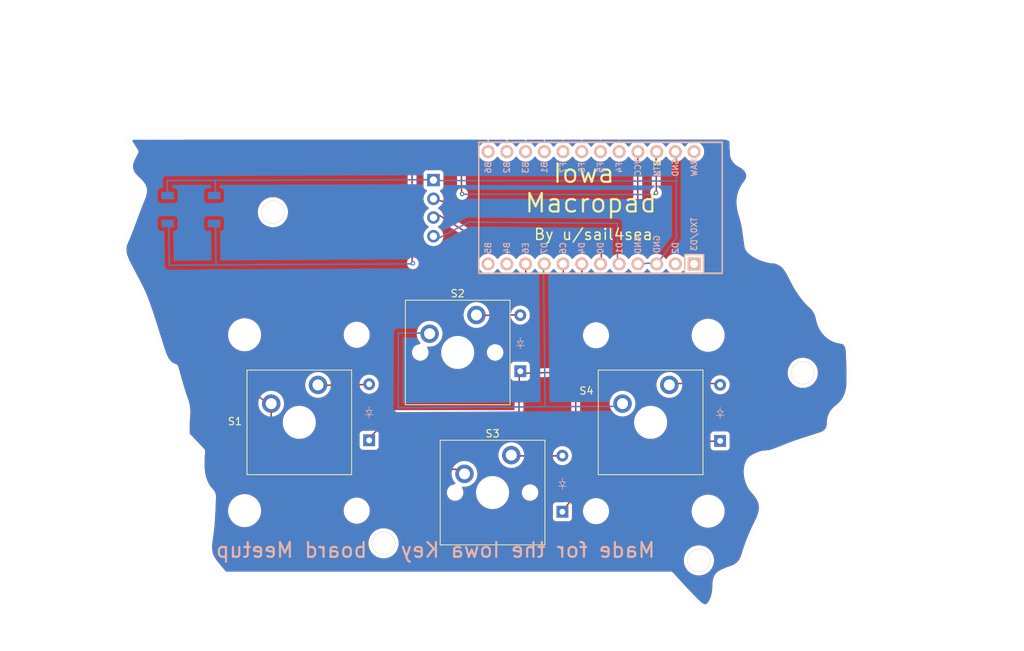
<source format=kicad_pcb>
(kicad_pcb (version 20241229) (generator "pcbnew") (generator_version "9.0")
  (layers (0 "F.Cu" signal) (2 "B.Cu" signal) (13 "F.Paste" user) (15 "B.Paste" user) (5 "F.SilkS" user "F.Silkscreen") (7 "B.SilkS" user "B.Silkscreen") (1 "F.Mask" user) (3 "B.Mask" user) (25 "Edge.Cuts" user))
  (net 0 "")
  (net 1 "Net-(D1-A)")
  (net 2 "Row 1")
  (net 4 "Net-(D3-A)")
  (net 5 "Net-(D5-A)")
  (net 6 "Row 2")
  (net 7 "Net-(D7-A)")
  (net 8 "VCC")
  (net 9 "SCL")
  (net 10 "SDA")
  (net 11 "Gnd")
  (net 12 "Col 1")
  (net 13 "Col 2")
  (net 20 "RST")
  (footprint "PCM_Mounting_Keyboard_Stabilizer:Stabilizer_Cherry_MX_2.00u" (layer "F.Cu") (at 86.995 104.358 -90)
    (property "Reference" "REF**" (hide yes))
    (property "Value" "Stabilizer_Cherry_MX_2.00u" (hide yes))
    (pad "" np_thru_hole circle (at -11.938 -6.985 270) (size 3.048 3.048) (drill 3.048) (layers "*.Cu" "*.Mask"))
    (pad "" np_thru_hole circle (at -11.938 8.225 270) (size 3.9878 3.9878) (drill 3.9878) (layers "*.Cu" "*.Mask"))
    (pad "" np_thru_hole circle (at 11.938 -6.985 270) (size 3.048 3.048) (drill 3.048) (layers "*.Cu" "*.Mask"))
    (pad "" np_thru_hole circle (at 11.938 8.225 270) (size 3.9878 3.9878) (drill 3.9878) (layers "*.Cu" "*.Mask"))
  )
  (footprint "ScottoKeebs_Components:OLED_128x32" (layer "F.Cu") (at 105.99 81.22 180)
    (property "Reference" "J1" (hide yes))
    (property "Value" "OLED_128x32")
    (pad "1" thru_hole rect (at 1.6 9.8) (size 1.7 1.7) (drill 1) (layers "*.Cu" "*.Mask") (net 11 "Gnd"))
    (pad "2" thru_hole oval (at 1.6 7.26) (size 1.7 1.7) (drill 1) (layers "*.Cu" "*.Mask") (net 8 "VCC"))
    (pad "3" thru_hole oval (at 1.6 4.72) (size 1.7 1.7) (drill 1) (layers "*.Cu" "*.Mask") (net 9 "SCL"))
    (pad "4" thru_hole oval (at 1.6 2.18) (size 1.7 1.7) (drill 1) (layers "*.Cu" "*.Mask") (net 10 "SDA"))
  )
  (footprint "ScottoKeebs_MX:MX_Plate_ISOEnter_180deg" (layer "F.Cu") (at 86.19 104.31)
    (property "Reference" "S1" (at -8.73 -0.13 0) (layer "F.SilkS"))
    (property "Value" "Keyswitch" (hide yes))
    (fp_line (start -7.1 -7.1) (end -7.1 7.1) (stroke (width 0.12)) (layer "F.SilkS"))
    (fp_line (start -7.1 7.1) (end 7.1 7.1) (stroke (width 0.12)) (layer "F.SilkS"))
    (fp_line (start 7.1 -7.1) (end -7.1 -7.1) (stroke (width 0.12)) (layer "F.SilkS"))
    (fp_line (start 7.1 7.1) (end 7.1 -7.1) (stroke (width 0.12)) (layer "F.SilkS"))
    (pad "" np_thru_hole circle (at 0 0) (size 4 4) (drill 4) (layers "*.Cu" "*.Mask"))
    (pad "1" thru_hole circle (at -3.81 -2.54) (size 2.5 2.5) (drill 1.5) (layers "*.Cu" "*.Mask") (net 12 "Col 1"))
    (pad "2" thru_hole circle (at 2.54 -5.08) (size 2.5 2.5) (drill 1.5) (layers "*.Cu" "*.Mask") (net 1 "Net-(D1-A)"))
  )
  (footprint "ScottoKeebs_MX:MX_Plate_ISOEnter" (layer "F.Cu") (at 133.85 104.31)
    (property "Reference" "S4" (at -8.7 -4.28 0) (layer "F.SilkS"))
    (property "Value" "Keyswitch" (hide yes))
    (fp_line (start -7.1 -7.1) (end -7.1 7.1) (stroke (width 0.12)) (layer "F.SilkS"))
    (fp_line (start -7.1 7.1) (end 7.1 7.1) (stroke (width 0.12)) (layer "F.SilkS"))
    (fp_line (start 7.1 -7.1) (end -7.1 -7.1) (stroke (width 0.12)) (layer "F.SilkS"))
    (fp_line (start 7.1 7.1) (end 7.1 -7.1) (stroke (width 0.12)) (layer "F.SilkS"))
    (pad "" np_thru_hole circle (at 0 0) (size 4 4) (drill 4) (layers "*.Cu" "*.Mask"))
    (pad "1" thru_hole circle (at -3.81 -2.54) (size 2.5 2.5) (drill 1.5) (layers "*.Cu" "*.Mask") (net 13 "Col 2"))
    (pad "2" thru_hole circle (at 2.54 -5.08) (size 2.5 2.5) (drill 1.5) (layers "*.Cu" "*.Mask") (net 7 "Net-(D7-A)"))
  )
  (footprint "ScottoKeebs_MX:MX_PCB_1.00u" (layer "F.Cu") (at 112.41 113.84)
    (property "Reference" "S3" (at 0 -8 0) (layer "F.SilkS"))
    (property "Value" "Keyswitch" (hide yes))
    (fp_line (start -7.1 -7.1) (end -7.1 7.1) (stroke (width 0.12)) (layer "F.SilkS"))
    (fp_line (start -7.1 7.1) (end 7.1 7.1) (stroke (width 0.12)) (layer "F.SilkS"))
    (fp_line (start 7.1 -7.1) (end -7.1 -7.1) (stroke (width 0.12)) (layer "F.SilkS"))
    (fp_line (start 7.1 7.1) (end 7.1 -7.1) (stroke (width 0.12)) (layer "F.SilkS"))
    (pad "" np_thru_hole circle (at -5.08 0) (size 1.75 1.75) (drill 1.75) (layers "*.Cu" "*.Mask"))
    (pad "" np_thru_hole circle (at 0 0) (size 4 4) (drill 4) (layers "*.Cu" "*.Mask"))
    (pad "" np_thru_hole circle (at 5.08 0) (size 1.75 1.75) (drill 1.75) (layers "*.Cu" "*.Mask"))
    (pad "1" thru_hole circle (at -3.81 -2.54) (size 2.5 2.5) (drill 1.5) (layers "*.Cu" "*.Mask") (net 12 "Col 1"))
    (pad "2" thru_hole circle (at 2.54 -5.08) (size 2.5 2.5) (drill 1.5) (layers "*.Cu" "*.Mask") (net 5 "Net-(D5-A)"))
  )
  (footprint "ScottoKeebs_MX:MX_PCB_1.00u" (layer "F.Cu") (at 107.68 94.82)
    (property "Reference" "S2" (at 0 -8 0) (layer "F.SilkS"))
    (property "Value" "Keyswitch" (hide yes))
    (fp_line (start -7.1 -7.1) (end -7.1 7.1) (stroke (width 0.12)) (layer "F.SilkS"))
    (fp_line (start -7.1 7.1) (end 7.1 7.1) (stroke (width 0.12)) (layer "F.SilkS"))
    (fp_line (start 7.1 -7.1) (end -7.1 -7.1) (stroke (width 0.12)) (layer "F.SilkS"))
    (fp_line (start 7.1 7.1) (end 7.1 -7.1) (stroke (width 0.12)) (layer "F.SilkS"))
    (pad "" np_thru_hole circle (at -5.08 0) (size 1.75 1.75) (drill 1.75) (layers "*.Cu" "*.Mask"))
    (pad "" np_thru_hole circle (at 0 0) (size 4 4) (drill 4) (layers "*.Cu" "*.Mask"))
    (pad "" np_thru_hole circle (at 5.08 0) (size 1.75 1.75) (drill 1.75) (layers "*.Cu" "*.Mask"))
    (pad "1" thru_hole circle (at -3.81 -2.54) (size 2.5 2.5) (drill 1.5) (layers "*.Cu" "*.Mask") (net 13 "Col 2"))
    (pad "2" thru_hole circle (at 2.54 -5.08) (size 2.5 2.5) (drill 1.5) (layers "*.Cu" "*.Mask") (net 4 "Net-(D3-A)"))
  )
  (footprint "PCM_Mounting_Keyboard_Stabilizer:Stabilizer_Cherry_MX_2.00u" (layer "F.Cu") (at 133.43 104.43 90)
    (property "Reference" "REF**" (hide yes))
    (property "Value" "Stabilizer_Cherry_MX_2.00u" (hide yes))
    (pad "" np_thru_hole circle (at -11.938 -6.985 90) (size 3.048 3.048) (drill 3.048) (layers "*.Cu" "*.Mask"))
    (pad "" np_thru_hole circle (at -11.938 8.225 90) (size 3.9878 3.9878) (drill 3.9878) (layers "*.Cu" "*.Mask"))
    (pad "" np_thru_hole circle (at 11.938 -6.985 90) (size 3.048 3.048) (drill 3.048) (layers "*.Cu" "*.Mask"))
    (pad "" np_thru_hole circle (at 11.938 8.225 90) (size 3.9878 3.9878) (drill 3.9878) (layers "*.Cu" "*.Mask"))
  )
  (footprint "ScottoKeebs_Components:Diode_DO-35" (layer "B.Cu") (at 121.88 116.45 90)
    (property "Reference" "D5" (hide yes))
    (property "Value" "Diode" (hide yes))
    (fp_line (start 4.06 -0.4) (end 3.46 0) (stroke (width 0.1)) (layer "B.SilkS"))
    (fp_line (start 4.06 0) (end 4.56 0) (stroke (width 0.1)) (layer "B.SilkS"))
    (fp_line (start 3.46 0) (end 4.06 0.4) (stroke (width 0.1)) (layer "B.SilkS"))
    (fp_line (start 3.06 0) (end 3.46 0) (stroke (width 0.1)) (layer "B.SilkS"))
    (fp_line (start 4.06 0.4) (end 4.06 -0.4) (stroke (width 0.1)) (layer "B.SilkS"))
    (fp_line (start 3.46 0.55) (end 3.46 -0.55) (stroke (width 0.1)) (layer "B.SilkS"))
    (pad "1" thru_hole rect (at 0 0 90) (size 1.6 1.6) (drill 0.8) (layers "*.Cu" "*.Mask") (net 6 "Row 2"))
    (pad "2" thru_hole oval (at 7.62 0 90) (size 1.6 1.6) (drill 0.8) (layers "*.Cu" "*.Mask") (net 5 "Net-(D5-A)"))
  )
  (footprint "ScottoKeebs_Components:Diode_DO-35" (layer "B.Cu") (at 116.17 97.37 90)
    (property "Reference" "D3" (hide yes))
    (property "Value" "Diode" (hide yes))
    (fp_line (start 4.06 -0.4) (end 3.46 0) (stroke (width 0.1)) (layer "B.SilkS"))
    (fp_line (start 4.06 0) (end 4.56 0) (stroke (width 0.1)) (layer "B.SilkS"))
    (fp_line (start 3.46 0) (end 4.06 0.4) (stroke (width 0.1)) (layer "B.SilkS"))
    (fp_line (start 3.06 0) (end 3.46 0) (stroke (width 0.1)) (layer "B.SilkS"))
    (fp_line (start 4.06 0.4) (end 4.06 -0.4) (stroke (width 0.1)) (layer "B.SilkS"))
    (fp_line (start 3.46 0.55) (end 3.46 -0.55) (stroke (width 0.1)) (layer "B.SilkS"))
    (pad "1" thru_hole rect (at 0 0 90) (size 1.6 1.6) (drill 0.8) (layers "*.Cu" "*.Mask") (net 2 "Row 1"))
    (pad "2" thru_hole oval (at 7.62 0 90) (size 1.6 1.6) (drill 0.8) (layers "*.Cu" "*.Mask") (net 4 "Net-(D3-A)"))
  )
  (footprint "ScottoKeebs_Components:Button_TL3342" (layer "B.Cu") (at 71.48 75.42 180)
    (property "Reference" "SW1" (hide yes))
    (property "Value" "Switch")
    (pad "1" smd rect (at -3.15 1.9 180) (size 1.7 1) (layers "B.Cu" "B.Mask" "B.Paste") (net 11 "Gnd"))
    (pad "1" smd rect (at 3.15 1.9 180) (size 1.7 1) (layers "B.Cu" "B.Mask" "B.Paste") (net 11 "Gnd"))
    (pad "2" smd rect (at -3.15 -1.9 180) (size 1.7 1) (layers "B.Cu" "B.Mask" "B.Paste") (net 20 "RST"))
    (pad "2" smd rect (at 3.15 -1.9 180) (size 1.7 1) (layers "B.Cu" "B.Mask" "B.Paste") (net 20 "RST"))
  )
  (footprint "ScottoKeebs_Components:Diode_DO-35" (layer "B.Cu") (at 143.28 106.83 90)
    (property "Reference" "D7" (hide yes))
    (property "Value" "Diode" (hide yes))
    (fp_line (start 4.06 -0.4) (end 3.46 0) (stroke (width 0.1)) (layer "B.SilkS"))
    (fp_line (start 4.06 0) (end 4.56 0) (stroke (width 0.1)) (layer "B.SilkS"))
    (fp_line (start 3.46 0) (end 4.06 0.4) (stroke (width 0.1)) (layer "B.SilkS"))
    (fp_line (start 3.06 0) (end 3.46 0) (stroke (width 0.1)) (layer "B.SilkS"))
    (fp_line (start 4.06 0.4) (end 4.06 -0.4) (stroke (width 0.1)) (layer "B.SilkS"))
    (fp_line (start 3.46 0.55) (end 3.46 -0.55) (stroke (width 0.1)) (layer "B.SilkS"))
    (pad "1" thru_hole rect (at 0 0 90) (size 1.6 1.6) (drill 0.8) (layers "*.Cu" "*.Mask") (net 6 "Row 2"))
    (pad "2" thru_hole oval (at 7.62 0 90) (size 1.6 1.6) (drill 0.8) (layers "*.Cu" "*.Mask") (net 7 "Net-(D7-A)"))
  )
  (footprint "ScottoKeebs_Components:Diode_DO-35" (layer "B.Cu") (at 95.67 106.75 90)
    (property "Reference" "D1" (hide yes))
    (property "Value" "Diode" (hide yes))
    (fp_line (start 4.06 -0.4) (end 3.46 0) (stroke (width 0.1)) (layer "B.SilkS"))
    (fp_line (start 4.06 0) (end 4.56 0) (stroke (width 0.1)) (layer "B.SilkS"))
    (fp_line (start 3.46 0) (end 4.06 0.4) (stroke (width 0.1)) (layer "B.SilkS"))
    (fp_line (start 3.06 0) (end 3.46 0) (stroke (width 0.1)) (layer "B.SilkS"))
    (fp_line (start 4.06 0.4) (end 4.06 -0.4) (stroke (width 0.1)) (layer "B.SilkS"))
    (fp_line (start 3.46 0.55) (end 3.46 -0.55) (stroke (width 0.1)) (layer "B.SilkS"))
    (pad "1" thru_hole rect (at 0 0 90) (size 1.6 1.6) (drill 0.8) (layers "*.Cu" "*.Mask") (net 2 "Row 1"))
    (pad "2" thru_hole oval (at 7.62 0 90) (size 1.6 1.6) (drill 0.8) (layers "*.Cu" "*.Mask") (net 1 "Net-(D1-A)"))
  )
  (footprint "ScottoKeebs_MCU:Arduino_Pro_Micro" (layer "B.Cu") (at 125.78 75.18 90)
    (property "Reference" "U1" (hide yes))
    (property "Value" "Arduino_Pro_Micro" (hide yes))
    (fp_line (start 8.89 -15.24) (end 8.89 17.78) (stroke (width 0.2)) (layer "F.SilkS"))
    (fp_line (start -8.89 -15.24) (end 8.89 -15.24) (stroke (width 0.2)) (layer "F.SilkS"))
    (fp_line (start -6.35 12.7) (end -8.89 12.7) (stroke (width 0.2)) (layer "F.SilkS"))
    (fp_line (start -6.35 15.24) (end -6.35 12.7) (stroke (width 0.2)) (layer "F.SilkS"))
    (fp_line (start -6.35 15.24) (end -8.89 15.24) (stroke (width 0.2)) (layer "F.SilkS"))
    (fp_line (start 8.89 17.78) (end -8.89 17.78) (stroke (width 0.2)) (layer "F.SilkS"))
    (fp_line (start -8.89 17.78) (end -8.89 -15.24) (stroke (width 0.2)) (layer "F.SilkS"))
    (fp_poly (pts (xy 5.844635 8.75097) (xy 5.844635 8.55097) (xy 5.944635 8.55097) (xy 5.944635 8.75097)) (stroke (width 0.15)) (fill yes) (layer "F.SilkS"))
    (fp_poly (pts (xy 6.044635 8.95097) (xy 6.044635 8.85097) (xy 6.144635 8.85097) (xy 6.144635 8.95097)) (stroke (width 0.15)) (fill yes) (layer "F.SilkS"))
    (fp_poly (pts (xy 6.244635 9.35097) (xy 6.244635 8.55097) (xy 6.344635 8.55097) (xy 6.344635 9.35097)) (stroke (width 0.15)) (fill yes) (layer "F.SilkS"))
    (fp_poly (pts (xy 5.844635 9.35097) (xy 5.844635 9.05097) (xy 5.944635 9.05097) (xy 5.944635 9.35097)) (stroke (width 0.15)) (fill yes) (layer "F.SilkS"))
    (fp_poly (pts (xy 5.844635 9.35097) (xy 5.844635 9.25097) (xy 6.344635 9.25097) (xy 6.344635 9.35097)) (stroke (width 0.15)) (fill yes) (layer "F.SilkS"))
    (fp_line (start 8.89 -15.24) (end 8.89 17.78) (stroke (width 0.2)) (layer "B.SilkS"))
    (fp_line (start -8.89 -15.24) (end 8.89 -15.24) (stroke (width 0.2)) (layer "B.SilkS"))
    (fp_line (start -6.35 12.7) (end -8.89 12.7) (stroke (width 0.2)) (layer "B.SilkS"))
    (fp_line (start -6.35 15.24) (end -6.35 12.7) (stroke (width 0.2)) (layer "B.SilkS"))
    (fp_line (start -6.35 15.24) (end -8.89 15.24) (stroke (width 0.2)) (layer "B.SilkS"))
    (fp_line (start 8.89 17.78) (end -8.89 17.78) (stroke (width 0.2)) (layer "B.SilkS"))
    (fp_line (start -8.89 17.78) (end -8.89 -15.24) (stroke (width 0.2)) (layer "B.SilkS"))
    (fp_poly (pts (xy 4.931568 8.76064) (xy 4.931568 8.56064) (xy 4.831568 8.56064) (xy 4.831568 8.76064)) (stroke (width 0.15)) (fill yes) (layer "B.SilkS"))
    (fp_poly (pts (xy 4.731568 8.96064) (xy 4.731568 8.86064) (xy 4.631568 8.86064) (xy 4.631568 8.96064)) (stroke (width 0.15)) (fill yes) (layer "B.SilkS"))
    (fp_poly (pts (xy 4.931568 9.36064) (xy 4.931568 9.06064) (xy 4.831568 9.06064) (xy 4.831568 9.36064)) (stroke (width 0.15)) (fill yes) (layer "B.SilkS"))
    (fp_poly (pts (xy 4.931568 9.36064) (xy 4.931568 9.26064) (xy 4.431568 9.26064) (xy 4.431568 9.36064)) (stroke (width 0.15)) (fill yes) (layer "B.SilkS"))
    (fp_poly (pts (xy 4.531568 9.36064) (xy 4.531568 8.56064) (xy 4.431568 8.56064) (xy 4.431568 9.36064)) (stroke (width 0.15)) (fill yes) (layer "B.SilkS"))
    (fp_text user "GND" (at -5.02 6.35 90) (layer "B.SilkS") (effects (font (size 0.8 0.8)) (justify mirror)))
    (fp_text user "D0" (at -5.461 1.27 90) (layer "B.SilkS") (effects (font (size 0.8 0.8)) (justify mirror)))
    (fp_text user "D4" (at -5.461 -1.27 90) (layer "B.SilkS") (effects (font (size 0.8 0.8)) (justify mirror)))
    (fp_text user "B1" (at 5.461 -6.35 90) (layer "B.SilkS") (effects (font (size 0.8 0.8)) (justify mirror)))
    (fp_text user "F4" (at 5.461 3.81 90) (layer "B.SilkS") (effects (font (size 0.8 0.8)) (justify mirror)))
    (fp_text user "VCC" (at 5.461 6.35 90) (layer "B.SilkS") (effects (font (size 0.8 0.8)) (justify mirror)))
    (fp_text user "C6" (at -5.461 -3.81 90) (layer "B.SilkS") (effects (font (size 0.8 0.8)) (justify mirror)))
    (fp_text user "D2" (at -5.461 11.43 90) (layer "B.SilkS") (effects (font (size 0.8 0.8)) (justify mirror)))
    (fp_text user "F7" (at 5.461 -3.81 90) (layer "B.SilkS") (effects (font (size 0.8 0.8)) (justify mirror)))
    (fp_text user "B2" (at 5.461 -11.43 90) (layer "B.SilkS") (effects (font (size 0.8 0.8)) (justify mirror)))
    (fp_text user "B5" (at -5.461 -13.97 90) (layer "B.SilkS") (effects (font (size 0.8 0.8)) (justify mirror)))
    (fp_text user "RAW" (at 5.461 13.97 90) (layer "B.SilkS") (effects (font (size 0.8 0.8)) (justify mirror)))
    (fp_text user "B6" (at 5.461 -13.97 90) (layer "B.SilkS") (effects (font (size 0.8 0.8)) (justify mirror)))
    (fp_text user "TX0/D3" (at -3.571872 13.97 90) (layer "B.SilkS") (effects (font (size 0.8 0.8)) (justify mirror)))
    (fp_text user "B4" (at -5.461 -11.43 90) (layer "B.SilkS") (effects (font (size 0.8 0.8)) (justify mirror)))
    (fp_text user "F6" (at 5.461 -1.27 90) (layer "B.SilkS") (effects (font (size 0.8 0.8)) (justify mirror)))
    (fp_text user "D1" (at -5.461 3.81 90) (layer "B.SilkS") (effects (font (size 0.8 0.8)) (justify mirror)))
    (fp_text user "F5" (at 5.461 1.27 90) (layer "B.SilkS") (effects (font (size 0.8 0.8)) (justify mirror)))
    (fp_text user "E6" (at -5.461 -8.89 90) (layer "B.SilkS") (effects (font (size 0.8 0.8)) (justify mirror)))
    (fp_text user "D7" (at -5.461 -6.35 90) (layer "B.SilkS") (effects (font (size 0.8 0.8)) (justify mirror)))
    (fp_text user "B3" (at 5.461 -8.89 90) (layer "B.SilkS") (effects (font (size 0.8 0.8)) (justify mirror)))
    (fp_text user "ST" (at 5.73312 8.92 90) (layer "B.SilkS") (effects (font (size 0.8 0.8)) (justify mirror)))
    (fp_text user "GND" (at -4.94 8.92 90) (layer "B.SilkS") (effects (font (size 0.8 0.8)) (justify mirror)))
    (fp_text user "GND" (at 5.461 11.43 90) (layer "B.SilkS") (effects (font (size 0.8 0.8)) (justify mirror)))
    (pad "1" thru_hole rect (at -7.62 13.97 180) (size 1.7526 1.7526) (drill 1.0922) (layers "*.Cu" "*.SilkS" "*.Mask"))
    (pad "2" thru_hole circle (at -7.62 11.43 180) (size 1.7526 1.7526) (drill 1.0922) (layers "*.Cu" "*.SilkS" "*.Mask"))
    (pad "3" thru_hole circle (at -7.62 8.89 180) (size 1.7526 1.7526) (drill 1.0922) (layers "*.Cu" "*.SilkS" "*.Mask") (net 11 "Gnd"))
    (pad "4" thru_hole circle (at -7.62 6.35 180) (size 1.7526 1.7526) (drill 1.0922) (layers "*.Cu" "*.SilkS" "*.Mask") (net 11 "Gnd"))
    (pad "5" thru_hole circle (at -7.62 3.81 180) (size 1.7526 1.7526) (drill 1.0922) (layers "*.Cu" "*.SilkS" "*.Mask") (net 10 "SDA"))
    (pad "6" thru_hole circle (at -7.62 1.27 180) (size 1.7526 1.7526) (drill 1.0922) (layers "*.Cu" "*.SilkS" "*.Mask") (net 9 "SCL"))
    (pad "7" thru_hole circle (at -7.62 -1.27 180) (size 1.7526 1.7526) (drill 1.0922) (layers "*.Cu" "*.SilkS" "*.Mask") (net 6 "Row 2"))
    (pad "8" thru_hole circle (at -7.62 -3.81 180) (size 1.7526 1.7526) (drill 1.0922) (layers "*.Cu" "*.SilkS" "*.Mask") (net 2 "Row 1"))
    (pad "9" thru_hole circle (at -7.62 -6.35 180) (size 1.7526 1.7526) (drill 1.0922) (layers "*.Cu" "*.SilkS" "*.Mask") (net 13 "Col 2"))
    (pad "10" thru_hole circle (at -7.62 -8.89 180) (size 1.7526 1.7526) (drill 1.0922) (layers "*.Cu" "*.SilkS" "*.Mask") (net 12 "Col 1"))
    (pad "11" thru_hole circle (at -7.62 -11.43 180) (size 1.7526 1.7526) (drill 1.0922) (layers "*.Cu" "*.SilkS" "*.Mask"))
    (pad "12" thru_hole circle (at -7.62 -13.97 180) (size 1.7526 1.7526) (drill 1.0922) (layers "*.Cu" "*.SilkS" "*.Mask"))
    (pad "13" thru_hole circle (at 7.62 -13.97 180) (size 1.7526 1.7526) (drill 1.0922) (layers "*.Cu" "*.SilkS" "*.Mask"))
    (pad "14" thru_hole circle (at 7.62 -11.43 180) (size 1.7526 1.7526) (drill 1.0922) (layers "*.Cu" "*.SilkS" "*.Mask"))
    (pad "15" thru_hole circle (at 7.62 -8.89 180) (size 1.7526 1.7526) (drill 1.0922) (layers "*.Cu" "*.SilkS" "*.Mask"))
    (pad "16" thru_hole circle (at 7.62 -6.35 180) (size 1.7526 1.7526) (drill 1.0922) (layers "*.Cu" "*.SilkS" "*.Mask"))
    (pad "17" thru_hole circle (at 7.62 -3.81 180) (size 1.7526 1.7526) (drill 1.0922) (layers "*.Cu" "*.SilkS" "*.Mask"))
    (pad "18" thru_hole circle (at 7.62 -1.27 180) (size 1.7526 1.7526) (drill 1.0922) (layers "*.Cu" "*.SilkS" "*.Mask"))
    (pad "19" thru_hole circle (at 7.62 1.27 180) (size 1.7526 1.7526) (drill 1.0922) (layers "*.Cu" "*.SilkS" "*.Mask"))
    (pad "20" thru_hole circle (at 7.62 3.81 180) (size 1.7526 1.7526) (drill 1.0922) (layers "*.Cu" "*.SilkS" "*.Mask"))
    (pad "21" thru_hole circle (at 7.62 6.35 180) (size 1.7526 1.7526) (drill 1.0922) (layers "*.Cu" "*.SilkS" "*.Mask") (net 8 "VCC"))
    (pad "22" thru_hole circle (at 7.62 8.89 180) (size 1.7526 1.7526) (drill 1.0922) (layers "*.Cu" "*.SilkS" "*.Mask") (net 20 "RST"))
    (pad "23" thru_hole circle (at 7.62 11.43 180) (size 1.7526 1.7526) (drill 1.0922) (layers "*.Cu" "*.SilkS" "*.Mask") (net 11 "Gnd"))
    (pad "24" thru_hole circle (at 7.62 13.97 180) (size 1.7526 1.7526) (drill 1.0922) (layers "*.Cu" "*.SilkS" "*.Mask"))
  )
  (gr_line (start 115.03 108.86) (end 121.88 108.86) (stroke (width 0.2)) (layer "F.Cu") (net 5))
  (gr_line (start 72.78 86.13) (end 70.73 88.46) (stroke (width 0.2)) (layer "F.Cu") (net 12))
  (gr_line (start 109.89 79.15) (end 104.89 76.02) (stroke (width 0.2)) (layer "F.Cu") (net 9))
  (gr_line (start 127.2 82.28) (end 127.04 79.15) (stroke (width 0.2)) (layer "F.Cu") (net 9))
  (gr_line (start 123.69 104.4) (end 126.573194 110.517496) (stroke (width 0.2)) (layer "F.Cu") (net 6))
  (gr_line (start 110.64 89.78) (end 116.41 89.72) (stroke (width 0.2)) (layer "F.Cu") (net 4))
  (gr_line (start 129.03 109.8) (end 126.573194 110.517496) (stroke (width 0.2)) (layer "F.Cu") (net 6))
  (gr_line (start 108.14 66.9) (end 108.21 73.27) (stroke (width 0.2)) (layer "F.Cu") (net 20))
  (gr_line (start 134.58 67.93) (end 134.63 73.32) (stroke (width 0.2)) (layer "F.Cu") (net 20))
  (gr_line (start 126.573194 110.517496) (end 122.1 116.11) (stroke (width 0.2)) (layer "F.Cu") (net 6))
  (gr_line (start 124.53 83.46) (end 124.64 89.07) (stroke (width 0.2)) (layer "F.Cu") (net 6))
  (gr_line (start 116.03 97.66) (end 115.99 103.26) (stroke (width 0.2)) (layer "F.Cu") (net 2))
  (gr_line (start 70.73 88.46) (end 70.73 92.43) (stroke (width 0.2)) (layer "F.Cu") (net 12))
  (gr_line (start 107.71 110.7) (end 83.13 109.59) (stroke (width 0.2)) (layer "F.Cu") (net 12))
  (gr_line (start 132.11 75.08) (end 108.37 75.08) (stroke (width 0.2)) (layer "F.Cu") (net 8))
  (gr_line (start 108.37 75.08) (end 104.59 74.02) (stroke (width 0.2)) (layer "F.Cu") (net 8))
  (gr_line (start 83.13 109.59) (end 82.38 108.52) (stroke (width 0.2)) (layer "F.Cu") (net 12))
  (gr_line (start 82.38 108.52) (end 82.38 102.2) (stroke (width 0.2)) (layer "F.Cu") (net 12))
  (gr_line (start 124.64 89.07) (end 123.61 90.18) (stroke (width 0.2)) (layer "F.Cu") (net 6))
  (gr_line (start 88.71 99.29) (end 95.8 99.17) (stroke (width 0.2)) (layer "F.Cu") (net 1))
  (gr_line (start 143.28 106.86) (end 138.96 106.9) (stroke (width 0.2)) (layer "F.Cu") (net 6))
  (gr_line (start 98.96 103.26) (end 95.65 106.44) (stroke (width 0.2)) (layer "F.Cu") (net 2))
  (gr_line (start 123.61 90.18) (end 123.69 94.95) (stroke (width 0.2)) (layer "F.Cu") (net 6))
  (gr_line (start 116.89 85.82) (end 72.78 86.13) (stroke (width 0.2)) (layer "F.Cu") (net 12))
  (gr_line (start 116.92 83.04) (end 116.89 85.82) (stroke (width 0.2)) (layer "F.Cu") (net 12))
  (gr_line (start 101.49 82.65) (end 101.49 66.91) (stroke (width 0.2)) (layer "F.Cu") (net 20))
  (gr_line (start 122.13 97.49) (end 116.03 97.66) (stroke (width 0.2)) (layer "F.Cu") (net 2))
  (gr_line (start 122.01 83.17) (end 122.13 97.49) (stroke (width 0.2)) (layer "F.Cu") (net 2))
  (gr_line (start 123.69 94.95) (end 123.69 104.4) (stroke (width 0.2)) (layer "F.Cu") (net 6))
  (gr_line (start 115.99 103.26) (end 98.96 103.26) (stroke (width 0.2)) (layer "F.Cu") (net 2))
  (gr_line (start 138.96 106.9) (end 129.03 109.8) (stroke (width 0.2)) (layer "F.Cu") (net 6))
  (gr_line (start 136.94 99.04) (end 143.57 99.04) (stroke (width 0.2)) (layer "F.Cu") (net 7))
  (gr_line (start 132.11 67.96) (end 132.11 75.08) (stroke (width 0.2)) (layer "F.Cu") (net 8))
  (gr_line (start 101.49 66.91) (end 108.14 66.9) (stroke (width 0.2)) (layer "F.Cu") (net 20))
  (gr_line (start 82.38 102.2) (end 70.73 92.43) (stroke (width 0.2)) (layer "F.Cu") (net 12))
  (gr_line (start 127.04 79.15) (end 109.89 79.15) (stroke (width 0.2)) (layer "F.Cu") (net 9))
  (gr_line (start 132.96 82.75) (end 134.84 82.64) (stroke (width 0.2)) (layer "B.Cu") (net 11))
  (gr_line (start 99.6 102.32) (end 129.4 102.13) (stroke (width 0.2)) (layer "B.Cu") (net 13))
  (gr_line (start 137.34 79.27) (end 134.84 82.64) (stroke (width 0.2)) (layer "B.Cu") (net 11))
  (gr_line (start 99.6 102.32) (end 99.62 92.18) (stroke (width 0.2)) (layer "B.Cu") (net 13))
  (gr_line (start 119.32 82.96) (end 119.53 102.22) (stroke (width 0.2)) (layer "B.Cu") (net 13))
  (gr_line (start 104.91 71.48) (end 137.34 71.55) (stroke (width 0.2)) (layer "B.Cu") (net 11))
  (gr_line (start 99.62 92.18) (end 103.04 92.18) (stroke (width 0.2)) (layer "B.Cu") (net 13))
  (gr_line (start 109.19 77.11) (end 129.36 77.3) (stroke (width 0.2)) (layer "B.Cu") (net 10))
  (gr_line (start 68.26 71.48) (end 68.38 73.69) (stroke (width 0.2)) (layer "B.Cu") (net 11))
  (gr_line (start 137.34 71.55) (end 137.34 79.27) (stroke (width 0.2)) (layer "B.Cu") (net 11))
  (gr_line (start 137.34 71.55) (end 137.34 67.41) (stroke (width 0.2)) (layer "B.Cu") (net 11))
  (gr_line (start 74.78 71.49) (end 74.831333 73.41) (stroke (width 0.2)) (layer "B.Cu") (net 11))
  (gr_line (start 134.38 73.38) (end 108.1 73.34) (stroke (width 0.2)) (layer "B.Cu") (net 20))
  (gr_line (start 68.55 82.97) (end 68.48 77.49) (stroke (width 0.2)) (layer "B.Cu") (net 20))
  (gr_line (start 105.17 79.27) (end 109.19 77.11) (stroke (width 0.2)) (layer "B.Cu") (net 10))
  (gr_line (start 101.49 82.79) (end 68.55 82.97) (stroke (width 0.2)) (layer "B.Cu") (net 20))
  (gr_line (start 103.93 71.37) (end 68.26 71.48) (stroke (width 0.2)) (layer "B.Cu") (net 11))
  (gr_line (start 129.36 77.3) (end 129.36 83.14) (stroke (width 0.2)) (layer "B.Cu") (net 10))
  (gr_line (start 74.89 82.82) (end 74.82 77.21) (stroke (width 0.2)) (layer "B.Cu") (net 20))
  (gr_curve (pts (xy 137.007046 125.59214) (xy 136.861159 125.437489) (xy 136.730706 125.268306) (xy 136.563871 125.071331)) (stroke (width 0.012)) (layer "Edge.Cuts"))
  (gr_curve (pts (xy 64.161002 71.42442) (xy 63.465627 70.781367) (xy 62.965962 70.069303) (xy 63.191765 69.101666)) (stroke (width 0.012)) (layer "Edge.Cuts"))
  (gr_line (start 63.872925 67.559245) (end 62.65499 65.619899) (stroke (width 0.012)) (layer "Edge.Cuts"))
  (gr_curve (pts (xy 72.868033 109.158837) (xy 72.884361 108.837898) (xy 72.899452 108.51689) (xy 72.913564 108.227647)) (stroke (width 0.012)) (layer "Edge.Cuts"))
  (gr_line (start 136.563871 125.071331) (end 76.010845 125.071331) (stroke (width 0.012)) (layer "Edge.Cuts"))
  (gr_curve (pts (xy 76.010845 125.071331) (xy 75.428571 124.358632) (xy 74.866833 123.752604) (xy 74.399678 123.080861)) (stroke (width 0.012)) (layer "Edge.Cuts"))
  (gr_curve (pts (xy 159.747659 93.153322) (xy 160.395166 93.22177) (xy 160.796335 93.791533) (xy 160.829704 94.789729)) (stroke (width 0.012)) (layer "Edge.Cuts"))
  (gr_curve (pts (xy 142.300163 128.571296) (xy 141.790516 129.659062) (xy 141.085223 129.799458) (xy 140.227061 128.970538)) (stroke (width 0.012)) (layer "Edge.Cuts"))
  (gr_curve (pts (xy 157.032949 106.110569) (xy 155.842749 106.520837) (xy 154.629414 106.864637) (xy 153.442318 107.28316)) (stroke (width 0.012)) (layer "Edge.Cuts"))
  (gr_curve (pts (xy 160.829704 94.789729) (xy 160.878398 96.246252) (xy 160.967849 97.707683) (xy 160.896885 99.160042)) (stroke (width 0.012)) (layer "Edge.Cuts"))
  (gr_curve (pts (xy 160.896885 99.160042) (xy 160.835446 100.417567) (xy 160.342788 101.584719) (xy 159.310492 102.365905)) (stroke (width 0.012)) (layer "Edge.Cuts"))
  (gr_curve (pts (xy 62.65499 65.619899) (xy 63.19158 65.538985) (xy 63.507228 65.45056) (xy 63.823056 65.449907)) (stroke (width 0.012)) (layer "Edge.Cuts"))
  (gr_curve (pts (xy 145.092643 67.615086) (xy 145.072177 68.378882) (xy 145.455863 68.876715) (xy 146.101932 69.216229)) (stroke (width 0.012)) (layer "Edge.Cuts"))
  (gr_line (start 72.913564 108.227647) (end 70.847116 106.066566) (stroke (width 0.012)) (layer "Edge.Cuts"))
  (gr_circle (center 154.49 97.59) (end 156.04 97.59) (stroke (width 0.05)) (fill no) (layer "Edge.Cuts"))
  (gr_curve (pts (xy 143.529168 65.428033) (xy 144.613292 65.42706) (xy 145.154506 65.692587) (xy 145.053453 66.816474)) (stroke (width 0.012)) (layer "Edge.Cuts"))
  (gr_curve (pts (xy 70.862924 103.900746) (xy 70.941671 103.013897) (xy 70.965376 102.185893) (xy 70.637688 101.309983)) (stroke (width 0.012)) (layer "Edge.Cuts"))
  (gr_curve (pts (xy 67.182176 93.572111) (xy 66.523467 91.508089) (xy 65.917388 89.421981) (xy 65.137562 87.403704)) (stroke (width 0.012)) (layer "Edge.Cuts"))
  (gr_curve (pts (xy 158.247475 104.412788) (xy 158.245929 105.291484) (xy 157.819438 105.839465) (xy 157.032949 106.110569)) (stroke (width 0.012)) (layer "Edge.Cuts"))
  (gr_curve (pts (xy 146.101932 69.216229) (xy 147.240748 69.814684) (xy 147.694698 70.881219) (xy 146.938584 71.84021)) (stroke (width 0.012)) (layer "Edge.Cuts"))
  (gr_curve (pts (xy 144.180606 124.510994) (xy 142.864474 125.058124) (xy 142.742068 125.319776) (xy 142.713762 126.741098)) (stroke (width 0.012)) (layer "Edge.Cuts"))
  (gr_curve (pts (xy 155.733512 88.374055) (xy 156.343946 88.900769) (xy 156.633829 89.523666) (xy 156.761514 90.211526)) (stroke (width 0.012)) (layer "Edge.Cuts"))
  (gr_curve (pts (xy 148.425727 117.928186) (xy 147.706173 119.324728) (xy 147.110433 120.808467) (xy 146.663653 122.313975)) (stroke (width 0.012)) (layer "Edge.Cuts"))
  (gr_circle (center 82.61 75.78) (end 84.16 75.78) (stroke (width 0.05)) (fill no) (layer "Edge.Cuts"))
  (gr_curve (pts (xy 147.284399 109.675841) (xy 146.638448 110.786758) (xy 147.032033 112.599131) (xy 147.940505 113.565867)) (stroke (width 0.012)) (layer "Edge.Cuts"))
  (gr_curve (pts (xy 69.301848 96.877897) (xy 67.949644 96.468264) (xy 67.631994 94.981595) (xy 67.182176 93.572111)) (stroke (width 0.012)) (layer "Edge.Cuts"))
  (gr_curve (pts (xy 153.442318 107.28316) (xy 152.382168 107.656923) (xy 151.356165 108.129122) (xy 150.291179 108.486715)) (stroke (width 0.012)) (layer "Edge.Cuts"))
  (gr_curve (pts (xy 152.246977 83.179949) (xy 152.913572 84.060701) (xy 153.286621 85.157001) (xy 153.890024 86.093946)) (stroke (width 0.012)) (layer "Edge.Cuts"))
  (gr_curve (pts (xy 65.137562 87.403704) (xy 64.595086 85.999714) (xy 63.799245 84.693458) (xy 63.115313 83.344187)) (stroke (width 0.012)) (layer "Edge.Cuts"))
  (gr_curve (pts (xy 74.399678 123.080861) (xy 73.627804 121.970938) (xy 73.869147 120.769816) (xy 74.054165 119.517632)) (stroke (width 0.012)) (layer "Edge.Cuts"))
  (gr_curve (pts (xy 148.748033 108.738113) (xy 148.209921 108.947528) (xy 147.546123 109.22572) (xy 147.284399 109.675841)) (stroke (width 0.012)) (layer "Edge.Cuts"))
  (gr_curve (pts (xy 63.115313 83.344187) (xy 62.536053 82.201409) (xy 61.879719 81.131056) (xy 62.51 79.72)) (stroke (width 0.012)) (layer "Edge.Cuts"))
  (gr_curve (pts (xy 70.847116 106.066566) (xy 70.847116 105.575116) (xy 70.789104 104.732083) (xy 70.862924 103.900746)) (stroke (width 0.012)) (layer "Edge.Cuts"))
  (gr_curve (pts (xy 74.054165 119.517632) (xy 74.299356 117.858202) (xy 74.313563 116.163733) (xy 74.400177 114.482945)) (stroke (width 0.012)) (layer "Edge.Cuts"))
  (gr_curve (pts (xy 147.035155 80.104804) (xy 147.065235 80.281786) (xy 147.061334 80.483918) (xy 147.148914 80.628594)) (stroke (width 0.012)) (layer "Edge.Cuts"))
  (gr_curve (pts (xy 156.761514 90.211526) (xy 157.055237 91.793876) (xy 158.207143 92.990485) (xy 159.747659 93.153322)) (stroke (width 0.012)) (layer "Edge.Cuts"))
  (gr_curve (pts (xy 146.663653 122.313975) (xy 146.349492 123.372605) (xy 145.791229 123.988192) (xy 144.786697 124.290849)) (stroke (width 0.012)) (layer "Edge.Cuts"))
  (gr_curve (pts (xy 147.148914 80.628594) (xy 147.696747 81.533623) (xy 149.501094 82.208702) (xy 150.52752 82.242234)) (stroke (width 0.012)) (layer "Edge.Cuts"))
  (gr_curve (pts (xy 150.291179 108.486715) (xy 149.803268 108.650536) (xy 149.222804 108.553351) (xy 148.748033 108.738113)) (stroke (width 0.012)) (layer "Edge.Cuts"))
  (gr_curve (pts (xy 146.938584 71.84021) (xy 145.778425 73.311651) (xy 145.819358 74.74091) (xy 146.373091 76.406004)) (stroke (width 0.012)) (layer "Edge.Cuts"))
  (gr_curve (pts (xy 150.52752 82.242234) (xy 151.122945 82.26169) (xy 151.879306 82.694164) (xy 152.246977 83.179949)) (stroke (width 0.012)) (layer "Edge.Cuts"))
  (gr_curve (pts (xy 142.713762 126.741098) (xy 142.701499 127.356878) (xy 142.560587 128.015463) (xy 142.300163 128.571296)) (stroke (width 0.012)) (layer "Edge.Cuts"))
  (gr_curve (pts (xy 144.786697 124.290849) (xy 144.581154 124.352769) (xy 144.378929 124.428542) (xy 144.180606 124.510994)) (stroke (width 0.012)) (layer "Edge.Cuts"))
  (gr_curve (pts (xy 145.053453 66.816474) (xy 145.029815 67.079303) (xy 145.099764 67.349299) (xy 145.092643 67.615086)) (stroke (width 0.012)) (layer "Edge.Cuts"))
  (gr_circle (center 140.4 123.05) (end 141.95 123.05) (stroke (width 0.05)) (fill no) (layer "Edge.Cuts"))
  (gr_curve (pts (xy 64.663068 74.190566) (xy 65.225212 72.848455) (xy 65.231073 72.413973) (xy 64.161002 71.42442)) (stroke (width 0.012)) (layer "Edge.Cuts"))
  (gr_curve (pts (xy 63.823056 65.449907) (xy 68.313895 65.440604) (xy 72.804754 65.442953) (xy 77.295611 65.442936)) (stroke (width 0.012)) (layer "Edge.Cuts"))
  (gr_curve (pts (xy 74.18116 113.814494) (xy 72.905253 112.491416) (xy 72.781616 110.857633) (xy 72.868033 109.158837)) (stroke (width 0.012)) (layer "Edge.Cuts"))
  (gr_curve (pts (xy 159.310492 102.365905) (xy 158.592503 102.909235) (xy 158.248972 103.566225) (xy 158.247475 104.412788)) (stroke (width 0.012)) (layer "Edge.Cuts"))
  (gr_curve (pts (xy 70.637688 101.309983) (xy 70.127887 99.947298) (xy 69.786686 98.521595) (xy 69.301848 96.877897)) (stroke (width 0.012)) (layer "Edge.Cuts"))
  (gr_curve (pts (xy 153.890024 86.093946) (xy 154.418316 86.914256) (xy 155.003822 87.744456) (xy 155.733512 88.374055)) (stroke (width 0.012)) (layer "Edge.Cuts"))
  (gr_curve (pts (xy 140.227061 128.970538) (xy 139.109037 127.890593) (xy 138.074711 126.723973) (xy 137.007046 125.59214)) (stroke (width 0.012)) (layer "Edge.Cuts"))
  (gr_curve (pts (xy 77.295611 65.442936) (xy 99.373465 65.44285) (xy 121.451319 65.447844) (xy 143.529168 65.428033)) (stroke (width 0.012)) (layer "Edge.Cuts"))
  (gr_curve (pts (xy 63.191765 69.101666) (xy 63.316153 68.568636) (xy 63.635332 68.081025) (xy 63.872925 67.559245)) (stroke (width 0.012)) (layer "Edge.Cuts"))
  (gr_curve (pts (xy 147.940505 113.565867) (xy 149.271509 114.982217) (xy 149.32108 116.190428) (xy 148.425727 117.928186)) (stroke (width 0.012)) (layer "Edge.Cuts"))
  (gr_circle (center 97.62 120.73) (end 99.17 120.73) (stroke (width 0.05)) (fill no) (layer "Edge.Cuts"))
  (gr_curve (pts (xy 146.373091 76.406004) (xy 146.764252 77.58225) (xy 146.825022 78.868168) (xy 147.035155 80.104804)) (stroke (width 0.012)) (layer "Edge.Cuts"))
  (gr_curve (pts (xy 74.400177 114.482945) (xy 74.411612 114.261032) (xy 74.329677 113.968501) (xy 74.18116 113.814494)) (stroke (width 0.012)) (layer "Edge.Cuts"))
  (gr_curve (pts (xy 62.51 79.72) (xy 63.31568 77.916264) (xy 63.899082 76.014564) (xy 64.663068 74.190566)) (stroke (width 0.012)) (layer "Edge.Cuts"))
  (gr_text "  Iowa\nMacropad" (at 116.62 76 0) (layer "F.SilkS") (effects (font (size 2.5 2.5) (thickness 0.3)) (justify left bottom)))
  (gr_text "By u/sail4sea" (at 117.92 79.67 0) (layer "F.SilkS") (effects (font (size 1.5 1.5) (thickness 0.2)) (justify left bottom)))
  (gr_text "Made for the Iowa Key   board Meetup" (at 134.63 122.82 0) (layer "B.SilkS") (effects (font (size 2 2) (thickness 0.3)) (justify left bottom mirror)))
  (via (at 134.58 73.15) (size 0.6) (drill 0.3) (layers "F.Cu" "B.Cu") (net 20))
  (via (at 108.28 73.31) (size 0.6) (drill 0.3) (layers "F.Cu" "B.Cu") (net 20))
  (via (at 101.6 82.72) (size 0.6) (drill 0.3) (layers "F.Cu" "B.Cu") (net 20))
  (zone (net 0) (net_name "") (layers "F.Cu" "B.Cu") (connect_pads (clearance 0.5)) (min_thickness 0.25) (fill yes (thermal_gap 0.5) (thermal_bridge_width 0.5) (island_removal_mode 1) (island_area_min 10))
    (polygon (pts (xy 45.59 47.72) (xy 182.28 48.09) (xy 184.51 133.33) (xy 49.68 135.38) (xy 46.71 46.97)))
  )
)
</source>
